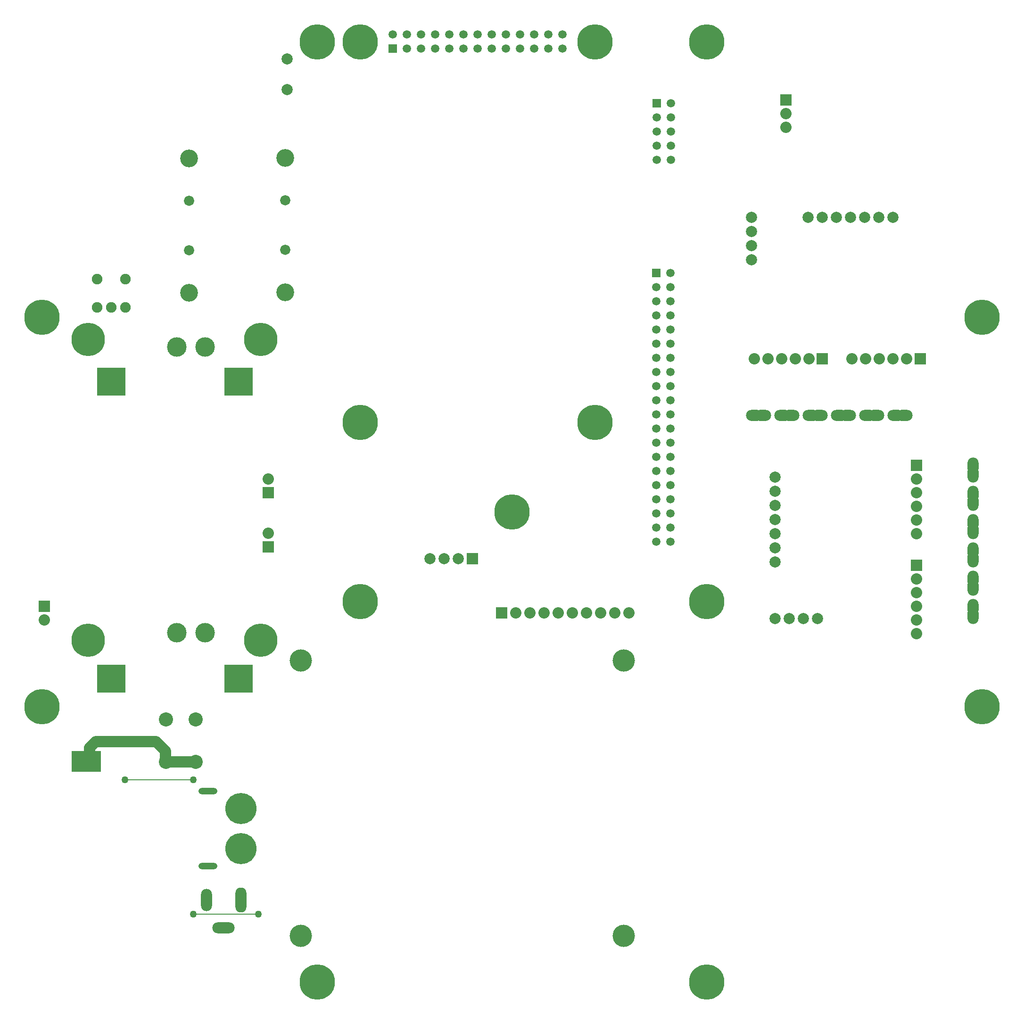
<source format=gbl>
G04*
G04 #@! TF.GenerationSoftware,Altium Limited,Altium Designer,22.6.1 (34)*
G04*
G04 Layer_Physical_Order=2*
G04 Layer_Color=16711680*
%FSLAX44Y44*%
%MOMM*%
G71*
G04*
G04 #@! TF.SameCoordinates,93EC8B6F-EB43-44BE-ACFD-6113DF9B5761*
G04*
G04*
G04 #@! TF.FilePolarity,Positive*
G04*
G01*
G75*
%ADD18C,0.1270*%
%ADD27R,5.3340X3.8100*%
%ADD70C,2.0000*%
%ADD71C,3.2000*%
%ADD72C,6.3500*%
%ADD73C,1.5000*%
%ADD74R,1.5000X1.5000*%
%ADD75R,1.5000X1.5000*%
%ADD76O,2.0000X4.5000*%
%ADD77O,4.0000X2.0000*%
%ADD78O,2.0000X4.0000*%
%ADD79O,3.4000X1.2000*%
%ADD80C,5.6000*%
%ADD81C,2.0320*%
%ADD82R,2.0320X2.0320*%
%ADD83C,2.0000*%
%ADD84O,3.0000X2.0000*%
%ADD85O,2.0000X3.0000*%
%ADD86R,2.0320X2.0320*%
%ADD87C,2.5400*%
%ADD88R,2.7400X2.7400*%
%ADD89R,2.7400X2.7400*%
%ADD90C,3.5000*%
%ADD91R,2.0000X2.0000*%
%ADD92C,4.0000*%
%ADD93C,1.9000*%
%ADD94C,0.6000*%
%ADD95C,1.2700*%
%ADD96C,1.8300*%
%ADD97C,6.0000*%
D18*
X228600Y443230D02*
X351790D01*
Y201930D02*
X468630D01*
D27*
X159639Y476250D02*
D03*
D70*
X301829Y475671D02*
Y494715D01*
X284480Y512064D02*
X301829Y494715D01*
Y475671D02*
X302500Y475000D01*
X176816Y512064D02*
X284480D01*
X165100Y476250D02*
Y500348D01*
X176816Y512064D01*
X302500Y475000D02*
X355840D01*
D71*
X344250Y1317695D02*
D03*
Y1558995D02*
D03*
X516750Y1318470D02*
D03*
Y1559770D02*
D03*
D72*
X651189Y1767823D02*
D03*
X1273489Y763423D02*
D03*
X651189D02*
D03*
X1273489Y1767823D02*
D03*
X1072829Y1084559D02*
D03*
Y1767818D02*
D03*
X651189Y1767823D02*
D03*
X651189Y1084559D02*
D03*
X574397Y1767823D02*
D03*
X1767823Y574397D02*
D03*
X80063D02*
D03*
Y1273489D02*
D03*
X1273489Y1767823D02*
D03*
X1767823Y1273489D02*
D03*
X1273489Y80063D02*
D03*
X574397D02*
D03*
X923942Y923944D02*
D03*
D73*
X1208889Y1302623D02*
D03*
Y1201022D02*
D03*
Y1175622D02*
D03*
Y1150222D02*
D03*
Y1124822D02*
D03*
Y1099423D02*
D03*
Y1074023D02*
D03*
Y1251823D02*
D03*
Y1226423D02*
D03*
Y1277223D02*
D03*
X1183489Y1328022D02*
D03*
Y1277223D02*
D03*
X1208889Y1328022D02*
D03*
X1183489Y1302623D02*
D03*
X1208889Y1353423D02*
D03*
X1183489Y1251823D02*
D03*
Y1226423D02*
D03*
Y1175622D02*
D03*
Y1150222D02*
D03*
Y1124822D02*
D03*
Y1099423D02*
D03*
Y1074023D02*
D03*
Y1048623D02*
D03*
X1208889D02*
D03*
Y1023223D02*
D03*
Y997822D02*
D03*
X1183489Y1023223D02*
D03*
Y997822D02*
D03*
Y1201022D02*
D03*
X1208889Y972422D02*
D03*
X1183489Y896223D02*
D03*
Y870823D02*
D03*
X1208889Y947022D02*
D03*
Y921622D02*
D03*
Y896223D02*
D03*
Y870823D02*
D03*
X1183489Y972422D02*
D03*
Y947022D02*
D03*
Y921622D02*
D03*
X1183789Y1581923D02*
D03*
Y1632723D02*
D03*
X1209189Y1607323D02*
D03*
Y1632723D02*
D03*
Y1581923D02*
D03*
X1183789Y1607323D02*
D03*
X1209189Y1658123D02*
D03*
X1183789Y1556523D02*
D03*
X1209189D02*
D03*
X735009Y1781791D02*
D03*
X735009Y1756391D02*
D03*
X709609Y1781791D02*
D03*
X989009D02*
D03*
X1014409D02*
D03*
X989009Y1756391D02*
D03*
X1014409D02*
D03*
X862009D02*
D03*
X760409D02*
D03*
X785809D02*
D03*
X811209D02*
D03*
X836609Y1756391D02*
D03*
X862009Y1781791D02*
D03*
X836609D02*
D03*
X785809D02*
D03*
X811209D02*
D03*
X760409D02*
D03*
X963609D02*
D03*
X887409D02*
D03*
X912809D02*
D03*
X938209D02*
D03*
X887409Y1756391D02*
D03*
X912809D02*
D03*
X963609D02*
D03*
X938209D02*
D03*
D74*
X1183489Y1353423D02*
D03*
X1183789Y1658123D02*
D03*
D75*
X709609Y1756391D02*
D03*
D76*
X437500Y227500D02*
D03*
D77*
X405500Y177500D02*
D03*
D78*
X375500Y227500D02*
D03*
D79*
X377522Y287864D02*
D03*
Y422864D02*
D03*
D80*
X437522Y391364D02*
D03*
Y319364D02*
D03*
D81*
X84500Y730250D02*
D03*
X486378Y886116D02*
D03*
Y983616D02*
D03*
X1415872Y1615168D02*
D03*
Y1639668D02*
D03*
X930400Y742500D02*
D03*
X955800D02*
D03*
X981200D02*
D03*
X1006600D02*
D03*
X1032000D02*
D03*
X1057400D02*
D03*
X1082800D02*
D03*
X1108200D02*
D03*
X1133600D02*
D03*
X1534840Y1199250D02*
D03*
X1559340Y1199250D02*
D03*
X1583840D02*
D03*
X1632840Y1199250D02*
D03*
X1608340Y1199250D02*
D03*
X1359000Y1199250D02*
D03*
X1383500D02*
D03*
X1408000D02*
D03*
X1457000Y1199250D02*
D03*
X1432500Y1199250D02*
D03*
X1650321Y885221D02*
D03*
Y909721D02*
D03*
Y934221D02*
D03*
Y983221D02*
D03*
Y958721D02*
D03*
Y705571D02*
D03*
Y730071D02*
D03*
Y754571D02*
D03*
Y803570D02*
D03*
Y779071D02*
D03*
D82*
X84500Y754750D02*
D03*
X486378Y861616D02*
D03*
Y959116D02*
D03*
X1415872Y1664168D02*
D03*
X905000Y742500D02*
D03*
X1650321Y1007721D02*
D03*
Y828071D02*
D03*
D83*
X1456100Y1453250D02*
D03*
X1481500D02*
D03*
X1506900D02*
D03*
X1532300D02*
D03*
X1557700Y1453250D02*
D03*
X1583100Y1453250D02*
D03*
X1608500D02*
D03*
X1354500Y1377050D02*
D03*
X1354500Y1402450D02*
D03*
Y1427850D02*
D03*
Y1453250D02*
D03*
X1396321Y834421D02*
D03*
X1396321Y859821D02*
D03*
X1396321Y885221D02*
D03*
Y910621D02*
D03*
Y936021D02*
D03*
Y961421D02*
D03*
Y986821D02*
D03*
X1472521Y732821D02*
D03*
X1447121D02*
D03*
X1421721D02*
D03*
X1396321Y732821D02*
D03*
X520000Y1682500D02*
D03*
Y1737500D02*
D03*
X776700Y840000D02*
D03*
X802100D02*
D03*
X827500D02*
D03*
D84*
X1359600Y1097650D02*
D03*
X1374800Y1097650D02*
D03*
X1410400D02*
D03*
X1425600D02*
D03*
X1461200Y1097650D02*
D03*
X1476400Y1097650D02*
D03*
X1512000D02*
D03*
X1527200D02*
D03*
X1562800D02*
D03*
X1578000Y1097650D02*
D03*
X1613600Y1097650D02*
D03*
X1628800D02*
D03*
D85*
X1751921Y737921D02*
D03*
Y753121D02*
D03*
Y788721D02*
D03*
Y803921D02*
D03*
X1751921Y839521D02*
D03*
X1751921Y854721D02*
D03*
Y890321D02*
D03*
Y905521D02*
D03*
X1751921Y941121D02*
D03*
X1751921Y956321D02*
D03*
Y991921D02*
D03*
Y1007121D02*
D03*
D86*
X1657340Y1199250D02*
D03*
X1481500D02*
D03*
D87*
X302500Y475000D02*
D03*
X355840D02*
D03*
X302500Y551200D02*
D03*
X355840D02*
D03*
D88*
X444400Y1146500D02*
D03*
X421000Y1169900D02*
D03*
X215800Y1146500D02*
D03*
X192400Y1169900D02*
D03*
X421000Y636500D02*
D03*
X444400Y613100D02*
D03*
X192400Y636500D02*
D03*
X215800Y613100D02*
D03*
D89*
X444400Y1169900D02*
D03*
X421000Y1146500D02*
D03*
X215800Y1169900D02*
D03*
X192400Y1146500D02*
D03*
X421000Y613100D02*
D03*
X444400Y636500D02*
D03*
X215800D02*
D03*
X192400Y613100D02*
D03*
D90*
X372500Y1220500D02*
D03*
X321700D02*
D03*
X372500Y707500D02*
D03*
X321700D02*
D03*
D91*
X852900Y840000D02*
D03*
D92*
X545000Y162500D02*
D03*
X1125000D02*
D03*
X545000Y657500D02*
D03*
X1125000D02*
D03*
D93*
X204600Y1291700D02*
D03*
X230000D02*
D03*
X179200D02*
D03*
Y1342500D02*
D03*
X230000D02*
D03*
D94*
X180000Y467500D02*
D03*
X170000D02*
D03*
X160000D02*
D03*
X150000D02*
D03*
X140000D02*
D03*
X180000Y477500D02*
D03*
X170000D02*
D03*
X160000D02*
D03*
X150000D02*
D03*
X140000D02*
D03*
Y487500D02*
D03*
X150000D02*
D03*
X160000D02*
D03*
X170000D02*
D03*
X180000D02*
D03*
D95*
X228600Y443230D02*
D03*
X351790D02*
D03*
X468630Y201930D02*
D03*
X351790D02*
D03*
D96*
X344400Y1482795D02*
D03*
Y1393895D02*
D03*
X516900Y1483570D02*
D03*
Y1394670D02*
D03*
D97*
X162740Y693700D02*
D03*
X472740D02*
D03*
Y1233700D02*
D03*
X162740D02*
D03*
M02*

</source>
